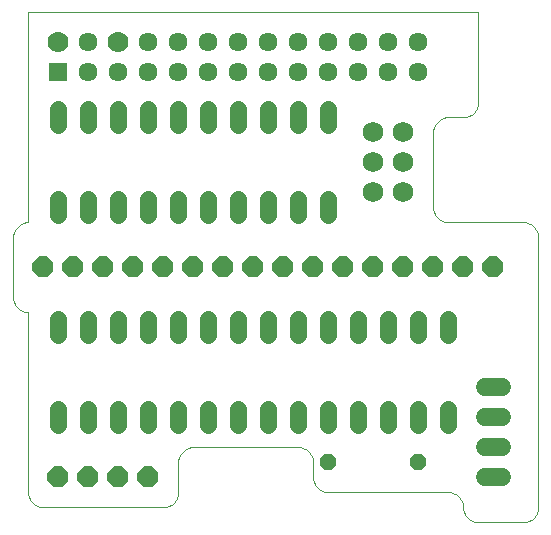
<source format=gbs>
G75*
%MOIN*%
%OFA0B0*%
%FSLAX24Y24*%
%IPPOS*%
%LPD*%
%AMOC8*
5,1,8,0,0,1.08239X$1,22.5*
%
%ADD10C,0.0000*%
%ADD11C,0.0560*%
%ADD12C,0.0680*%
%ADD13C,0.0600*%
%ADD14OC8,0.0700*%
%ADD15R,0.0634X0.0634*%
%ADD16C,0.0700*%
%ADD17C,0.0634*%
%ADD18OC8,0.0560*%
D10*
X006460Y006058D02*
X010460Y006058D01*
X010504Y006060D01*
X010547Y006066D01*
X010589Y006075D01*
X010631Y006088D01*
X010671Y006105D01*
X010710Y006125D01*
X010747Y006148D01*
X010781Y006175D01*
X010814Y006204D01*
X010843Y006237D01*
X010870Y006271D01*
X010893Y006308D01*
X010913Y006347D01*
X010930Y006387D01*
X010943Y006429D01*
X010952Y006471D01*
X010958Y006514D01*
X010960Y006558D01*
X010960Y007558D01*
X010962Y007602D01*
X010968Y007645D01*
X010977Y007687D01*
X010990Y007729D01*
X011007Y007769D01*
X011027Y007808D01*
X011050Y007845D01*
X011077Y007879D01*
X011106Y007912D01*
X011139Y007941D01*
X011173Y007968D01*
X011210Y007991D01*
X011249Y008011D01*
X011289Y008028D01*
X011331Y008041D01*
X011373Y008050D01*
X011416Y008056D01*
X011460Y008058D01*
X014960Y008058D01*
X015004Y008056D01*
X015047Y008050D01*
X015089Y008041D01*
X015131Y008028D01*
X015171Y008011D01*
X015210Y007991D01*
X015247Y007968D01*
X015281Y007941D01*
X015314Y007912D01*
X015343Y007879D01*
X015370Y007845D01*
X015393Y007808D01*
X015413Y007769D01*
X015430Y007729D01*
X015443Y007687D01*
X015452Y007645D01*
X015458Y007602D01*
X015460Y007558D01*
X015460Y007058D01*
X015462Y007014D01*
X015468Y006971D01*
X015477Y006929D01*
X015490Y006887D01*
X015507Y006847D01*
X015527Y006808D01*
X015550Y006771D01*
X015577Y006737D01*
X015606Y006704D01*
X015639Y006675D01*
X015673Y006648D01*
X015710Y006625D01*
X015749Y006605D01*
X015789Y006588D01*
X015831Y006575D01*
X015873Y006566D01*
X015916Y006560D01*
X015960Y006558D01*
X019960Y006558D01*
X020004Y006556D01*
X020047Y006550D01*
X020089Y006541D01*
X020131Y006528D01*
X020171Y006511D01*
X020210Y006491D01*
X020247Y006468D01*
X020281Y006441D01*
X020314Y006412D01*
X020343Y006379D01*
X020370Y006345D01*
X020393Y006308D01*
X020413Y006269D01*
X020430Y006229D01*
X020443Y006187D01*
X020452Y006145D01*
X020458Y006102D01*
X020460Y006058D01*
X020462Y006014D01*
X020468Y005971D01*
X020477Y005929D01*
X020490Y005887D01*
X020507Y005847D01*
X020527Y005808D01*
X020550Y005771D01*
X020577Y005737D01*
X020606Y005704D01*
X020639Y005675D01*
X020673Y005648D01*
X020710Y005625D01*
X020749Y005605D01*
X020789Y005588D01*
X020831Y005575D01*
X020873Y005566D01*
X020916Y005560D01*
X020960Y005558D01*
X022460Y005558D01*
X022504Y005560D01*
X022547Y005566D01*
X022589Y005575D01*
X022631Y005588D01*
X022671Y005605D01*
X022710Y005625D01*
X022747Y005648D01*
X022781Y005675D01*
X022814Y005704D01*
X022843Y005737D01*
X022870Y005771D01*
X022893Y005808D01*
X022913Y005847D01*
X022930Y005887D01*
X022943Y005929D01*
X022952Y005971D01*
X022958Y006014D01*
X022960Y006058D01*
X022960Y015058D01*
X022958Y015102D01*
X022952Y015145D01*
X022943Y015187D01*
X022930Y015229D01*
X022913Y015269D01*
X022893Y015308D01*
X022870Y015345D01*
X022843Y015379D01*
X022814Y015412D01*
X022781Y015441D01*
X022747Y015468D01*
X022710Y015491D01*
X022671Y015511D01*
X022631Y015528D01*
X022589Y015541D01*
X022547Y015550D01*
X022504Y015556D01*
X022460Y015558D01*
X019960Y015558D01*
X019916Y015560D01*
X019873Y015566D01*
X019831Y015575D01*
X019789Y015588D01*
X019749Y015605D01*
X019710Y015625D01*
X019673Y015648D01*
X019639Y015675D01*
X019606Y015704D01*
X019577Y015737D01*
X019550Y015771D01*
X019527Y015808D01*
X019507Y015847D01*
X019490Y015887D01*
X019477Y015929D01*
X019468Y015971D01*
X019462Y016014D01*
X019460Y016058D01*
X019460Y018558D01*
X019462Y018602D01*
X019468Y018645D01*
X019477Y018687D01*
X019490Y018729D01*
X019507Y018769D01*
X019527Y018808D01*
X019550Y018845D01*
X019577Y018879D01*
X019606Y018912D01*
X019639Y018941D01*
X019673Y018968D01*
X019710Y018991D01*
X019749Y019011D01*
X019789Y019028D01*
X019831Y019041D01*
X019873Y019050D01*
X019916Y019056D01*
X019960Y019058D01*
X020460Y019058D01*
X020504Y019060D01*
X020547Y019066D01*
X020589Y019075D01*
X020631Y019088D01*
X020671Y019105D01*
X020710Y019125D01*
X020747Y019148D01*
X020781Y019175D01*
X020814Y019204D01*
X020843Y019237D01*
X020870Y019271D01*
X020893Y019308D01*
X020913Y019347D01*
X020930Y019387D01*
X020943Y019429D01*
X020952Y019471D01*
X020958Y019514D01*
X020960Y019558D01*
X020960Y022558D01*
X005960Y022558D01*
X005960Y015558D01*
X005916Y015556D01*
X005873Y015550D01*
X005831Y015541D01*
X005789Y015528D01*
X005749Y015511D01*
X005710Y015491D01*
X005673Y015468D01*
X005639Y015441D01*
X005606Y015412D01*
X005577Y015379D01*
X005550Y015345D01*
X005527Y015308D01*
X005507Y015269D01*
X005490Y015229D01*
X005477Y015187D01*
X005468Y015145D01*
X005462Y015102D01*
X005460Y015058D01*
X005460Y013058D01*
X005462Y013014D01*
X005468Y012971D01*
X005477Y012929D01*
X005490Y012887D01*
X005507Y012847D01*
X005527Y012808D01*
X005550Y012771D01*
X005577Y012737D01*
X005606Y012704D01*
X005639Y012675D01*
X005673Y012648D01*
X005710Y012625D01*
X005749Y012605D01*
X005789Y012588D01*
X005831Y012575D01*
X005873Y012566D01*
X005916Y012560D01*
X005960Y012558D01*
X005960Y006558D01*
X005962Y006514D01*
X005968Y006471D01*
X005977Y006429D01*
X005990Y006387D01*
X006007Y006347D01*
X006027Y006308D01*
X006050Y006271D01*
X006077Y006237D01*
X006106Y006204D01*
X006139Y006175D01*
X006173Y006148D01*
X006210Y006125D01*
X006249Y006105D01*
X006289Y006088D01*
X006331Y006075D01*
X006373Y006066D01*
X006416Y006060D01*
X006460Y006058D01*
D11*
X006960Y008798D02*
X006960Y009318D01*
X007960Y009318D02*
X007960Y008798D01*
X008960Y008798D02*
X008960Y009318D01*
X009960Y009318D02*
X009960Y008798D01*
X010960Y008798D02*
X010960Y009318D01*
X011960Y009318D02*
X011960Y008798D01*
X012960Y008798D02*
X012960Y009318D01*
X013960Y009318D02*
X013960Y008798D01*
X014960Y008798D02*
X014960Y009318D01*
X015960Y009318D02*
X015960Y008798D01*
X016960Y008798D02*
X016960Y009318D01*
X017960Y009318D02*
X017960Y008798D01*
X018960Y008798D02*
X018960Y009318D01*
X019960Y009318D02*
X019960Y008798D01*
X019960Y011798D02*
X019960Y012318D01*
X018960Y012318D02*
X018960Y011798D01*
X017960Y011798D02*
X017960Y012318D01*
X016960Y012318D02*
X016960Y011798D01*
X015960Y011798D02*
X015960Y012318D01*
X014960Y012318D02*
X014960Y011798D01*
X013960Y011798D02*
X013960Y012318D01*
X012960Y012318D02*
X012960Y011798D01*
X011960Y011798D02*
X011960Y012318D01*
X010960Y012318D02*
X010960Y011798D01*
X009960Y011798D02*
X009960Y012318D01*
X008960Y012318D02*
X008960Y011798D01*
X007960Y011798D02*
X007960Y012318D01*
X006960Y012318D02*
X006960Y011798D01*
X006960Y015798D02*
X006960Y016318D01*
X007960Y016318D02*
X007960Y015798D01*
X008960Y015798D02*
X008960Y016318D01*
X009960Y016318D02*
X009960Y015798D01*
X010960Y015798D02*
X010960Y016318D01*
X011960Y016318D02*
X011960Y015798D01*
X012960Y015798D02*
X012960Y016318D01*
X013960Y016318D02*
X013960Y015798D01*
X014960Y015798D02*
X014960Y016318D01*
X015960Y016318D02*
X015960Y015798D01*
X015960Y018798D02*
X015960Y019318D01*
X014960Y019318D02*
X014960Y018798D01*
X013960Y018798D02*
X013960Y019318D01*
X012960Y019318D02*
X012960Y018798D01*
X011960Y018798D02*
X011960Y019318D01*
X010960Y019318D02*
X010960Y018798D01*
X009960Y018798D02*
X009960Y019318D01*
X008960Y019318D02*
X008960Y018798D01*
X007960Y018798D02*
X007960Y019318D01*
X006960Y019318D02*
X006960Y018798D01*
D12*
X017460Y018558D03*
X018460Y018558D03*
X018460Y017558D03*
X017460Y017558D03*
X017460Y016558D03*
X018460Y016558D03*
D13*
X021180Y010058D02*
X021740Y010058D01*
X021740Y009058D02*
X021180Y009058D01*
X021180Y008058D02*
X021740Y008058D01*
X021740Y007058D02*
X021180Y007058D01*
D14*
X009960Y007058D03*
X008960Y007058D03*
X007960Y007058D03*
X006960Y007058D03*
X006460Y014058D03*
X007460Y014058D03*
X008460Y014058D03*
X009460Y014058D03*
X010460Y014058D03*
X011460Y014058D03*
X012460Y014058D03*
X013460Y014058D03*
X014460Y014058D03*
X015460Y014058D03*
X016460Y014058D03*
X017460Y014058D03*
X018460Y014058D03*
X019460Y014058D03*
X020460Y014058D03*
X021460Y014058D03*
D15*
X006960Y020558D03*
D16*
X006960Y021558D03*
X008960Y021558D03*
D17*
X009960Y021558D03*
X010960Y021558D03*
X011960Y021558D03*
X012960Y021558D03*
X013960Y021558D03*
X014960Y021558D03*
X015960Y021558D03*
X016960Y021558D03*
X017960Y021558D03*
X018960Y021558D03*
X018960Y020558D03*
X017960Y020558D03*
X016960Y020558D03*
X015960Y020558D03*
X014960Y020558D03*
X013960Y020558D03*
X012960Y020558D03*
X011960Y020558D03*
X010960Y020558D03*
X009960Y020558D03*
X008960Y020558D03*
X007960Y020558D03*
X007960Y021558D03*
D18*
X015960Y007558D03*
X018960Y007558D03*
M02*

</source>
